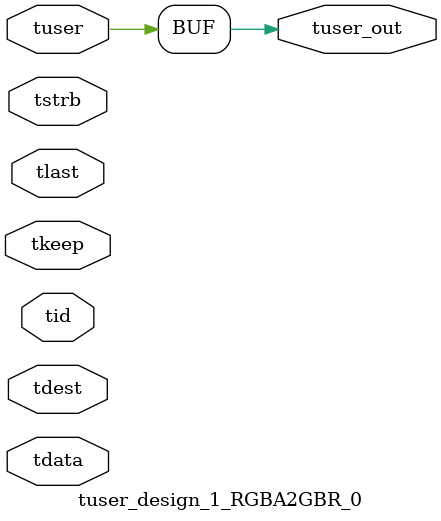
<source format=v>


`timescale 1ps/1ps

module tuser_design_1_RGBA2GBR_0 #
(
parameter C_S_AXIS_TUSER_WIDTH = 1,
parameter C_S_AXIS_TDATA_WIDTH = 32,
parameter C_S_AXIS_TID_WIDTH   = 0,
parameter C_S_AXIS_TDEST_WIDTH = 0,
parameter C_M_AXIS_TUSER_WIDTH = 1
)
(
input  [(C_S_AXIS_TUSER_WIDTH == 0 ? 1 : C_S_AXIS_TUSER_WIDTH)-1:0     ] tuser,
input  [(C_S_AXIS_TDATA_WIDTH == 0 ? 1 : C_S_AXIS_TDATA_WIDTH)-1:0     ] tdata,
input  [(C_S_AXIS_TID_WIDTH   == 0 ? 1 : C_S_AXIS_TID_WIDTH)-1:0       ] tid,
input  [(C_S_AXIS_TDEST_WIDTH == 0 ? 1 : C_S_AXIS_TDEST_WIDTH)-1:0     ] tdest,
input  [(C_S_AXIS_TDATA_WIDTH/8)-1:0 ] tkeep,
input  [(C_S_AXIS_TDATA_WIDTH/8)-1:0 ] tstrb,
input                                                                    tlast,
output [C_M_AXIS_TUSER_WIDTH-1:0] tuser_out
);

assign tuser_out = {tuser[0:0]};

endmodule


</source>
